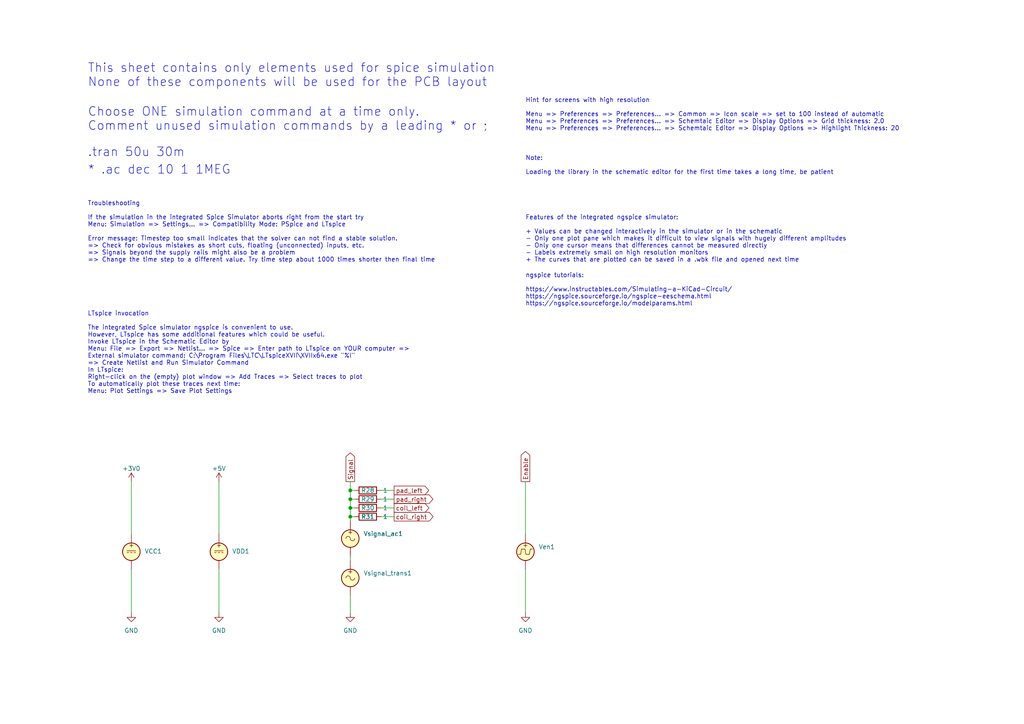
<source format=kicad_sch>
(kicad_sch (version 20230121) (generator eeschema)
  (paper "A4")
  (title_block (title "Simulation commands, parameters and sources") (date "2022-12-22") (company "hhrt@zhaw.ch"))
  (lib_symbols
    (symbol "Device:R" (pin_numbers hide) (pin_names (offset 0))
      (property "Reference" "R" (at 2.032 0 90))
      (property "Value" "R" (at 0 0 90))
      (symbol "R_0_1"
        (rectangle (start -1.016 -2.54) (end 1.016 2.54) (stroke (width 0.254)))
      )
      (symbol "R_1_1"
        (pin passive line (at 0 3.81 270) (length 1.27) (name "~") (number "1"))
        (pin passive line (at 0 -3.81 90) (length 1.27) (name "~") (number "2"))
      )
    )
    (symbol "Simulation_SPICE:VDC" (pin_numbers hide) (pin_names (offset 0.0254))
      (property "Reference" "V" (at 2.54 2.54 0))
      (property "Value" "1" (at 2.54 0 0))
      (symbol "VDC_0_0"
        (polyline (pts (xy -1.27 0.254) (xy 1.27 0.254)))
        (polyline (pts (xy -0.762 -0.254) (xy -1.27 -0.254)))
        (polyline (pts (xy 0.254 -0.254) (xy -0.254 -0.254)))
        (polyline (pts (xy 1.27 -0.254) (xy 0.762 -0.254)))
        (text "+" (at 0 1.905 0) (effects (font (size 1.27 1.27))))
      )
      (symbol "VDC_0_1"
        (circle (center 0 0) (radius 2.54) (stroke (width 0.254)) (fill (type background)))
      )
      (symbol "VDC_1_1"
        (pin passive line (at 0 5.08 270) (length 2.54) (name "~") (number "1"))
        (pin passive line (at 0 -5.08 90) (length 2.54) (name "~") (number "2"))
      )
    )
    (symbol "Simulation_SPICE:VPULSE" (pin_numbers hide) (pin_names (offset 0.0254))
      (property "Reference" "V" (at 2.54 2.54 0))
      (property "Value" "VPULSE" (at 2.54 0 0))
      (property "Sim.Params" "y1=0 y2=1 td=2n tr=2n tf=2n tw=50n per=100n" (at 2.54 -2.54 0))
      (symbol "VPULSE_0_0"
        (polyline (pts (xy -2.032 -0.762) (xy -1.397 -0.762) (xy -1.143 0.762) (xy -0.127 0.762) (xy 0.127 -0.762) (xy 1.143 -0.762) (xy 1.397 0.762) (xy 2.032 0.762)))
        (text "+" (at 0 1.905 0) (effects (font (size 1.27 1.27))))
      )
      (symbol "VPULSE_0_1"
        (circle (center 0 0) (radius 2.54) (stroke (width 0.254)) (fill (type background)))
      )
      (symbol "VPULSE_1_1"
        (pin passive line (at 0 5.08 270) (length 2.54) (name "~") (number "1"))
        (pin passive line (at 0 -5.08 90) (length 2.54) (name "~") (number "2"))
      )
    )
    (symbol "Simulation_SPICE:VSIN" (pin_numbers hide) (pin_names (offset 0.0254))
      (property "Reference" "V" (at 2.54 2.54 0))
      (property "Value" "VSIN" (at 2.54 0 0))
      (property "Sim.Params" "dc=0 ampl=1 f=1k ac=1" (at 2.54 -2.54 0))
      (symbol "VSIN_0_0"
        (arc (start 0 0) (mid -0.635 0.6323) (end -1.27 0))
        (arc (start 0 0) (mid 0.635 -0.6323) (end 1.27 0))
        (text "+" (at 0 1.905 0) (effects (font (size 1.27 1.27))))
      )
      (symbol "VSIN_0_1"
        (circle (center 0 0) (radius 2.54) (stroke (width 0.254)) (fill (type background)))
      )
      (symbol "VSIN_1_1"
        (pin passive line (at 0 5.08 270) (length 2.54) (name "~") (number "1"))
        (pin passive line (at 0 -5.08 90) (length 2.54) (name "~") (number "2"))
      )
    )
    (symbol "power:+3V0" (power) (pin_names (offset 0))
      (property "Value" "+3V0" (at 0 3.556 0))
      (symbol "+3V0_0_1"
        (polyline (pts (xy -0.762 1.27) (xy 0 2.54)))
        (polyline (pts (xy 0 0) (xy 0 2.54)))
        (polyline (pts (xy 0 2.54) (xy 0.762 1.27)))
      )
      (symbol "+3V0_1_1"
        (pin power_in line (at 0 0 90) (length 0) hide (name "+3V0") (number "1"))
      )
    )
    (symbol "power:+5V" (power) (pin_names (offset 0))
      (property "Value" "+5V" (at 0 3.556 0))
      (symbol "+5V_0_1"
        (polyline (pts (xy -0.762 1.27) (xy 0 2.54)))
        (polyline (pts (xy 0 0) (xy 0 2.54)))
        (polyline (pts (xy 0 2.54) (xy 0.762 1.27)))
      )
      (symbol "+5V_1_1"
        (pin power_in line (at 0 0 90) (length 0) hide (name "+5V") (number "1"))
      )
    )
    (symbol "power:GND" (power) (pin_names (offset 0))
      (property "Value" "GND" (at 0 -3.81 0))
      (symbol "GND_0_1"
        (polyline (pts (xy 0 0) (xy 0 -1.27) (xy 1.27 -1.27) (xy 0 -2.54) (xy -1.27 -1.27) (xy 0 -1.27)))
      )
      (symbol "GND_1_1"
        (pin power_in line (at 0 0 270) (length 0) hide (name "GND") (number "1"))
      )
    )
  )
  (junction (at 101.6 149.86))
  (junction (at 101.6 147.32))
  (junction (at 101.6 144.78))
  (junction (at 101.6 142.24))
  (wire (pts (xy 101.6 147.32) (xy 101.6 149.86)))
  (wire (pts (xy 63.5 139.7) (xy 63.5 154.94)))
  (wire (pts (xy 101.6 149.86) (xy 101.6 151.13)))
  (wire (pts (xy 63.5 165.1) (xy 63.5 177.8)))
  (wire (pts (xy 101.6 149.86) (xy 102.87 149.86)))
  (wire (pts (xy 152.4 165.1) (xy 152.4 177.8)))
  (wire (pts (xy 110.49 142.24) (xy 114.3 142.24)))
  (wire (pts (xy 38.1 165.1) (xy 38.1 177.8)))
  (wire (pts (xy 101.6 144.78) (xy 102.87 144.78)))
  (wire (pts (xy 110.49 149.86) (xy 114.3 149.86)))
  (wire (pts (xy 101.6 162.56) (xy 101.6 161.29)))
  (wire (pts (xy 152.4 139.7) (xy 152.4 154.94)))
  (wire (pts (xy 101.6 172.72) (xy 101.6 177.8)))
  (wire (pts (xy 101.6 139.7) (xy 101.6 142.24)))
  (wire (pts (xy 101.6 144.78) (xy 101.6 147.32)))
  (wire (pts (xy 110.49 144.78) (xy 114.3 144.78)))
  (wire (pts (xy 102.87 142.24) (xy 101.6 142.24)))
  (wire (pts (xy 38.1 139.7) (xy 38.1 154.94)))
  (wire (pts (xy 101.6 142.24) (xy 101.6 144.78)))
  (wire (pts (xy 110.49 147.32) (xy 114.3 147.32)))
  (wire (pts (xy 101.6 147.32) (xy 102.87 147.32)))
  (text "Note:\n\nLoading the library in the schematic editor for the first time takes a long time, be patient" (at 152.4 50.8 0) (effects (font (size 1.27 1.27)) (justify left bottom)))
  (text "LTspice invocation\n\nThe integrated Spice simulator ngspice is convenient to use.\nHowever, LTspice has some additional features which could be useful.\nInvoke LTspice in the Schematic Editor by\nMenu: File => Export => Netlist... => Spice => Enter path to LTspice on YOUR computer =>\nExternal simulator command: C:\\Program Files\\LTC\\LTspiceXVII\\XVIIx64.exe \"%I\"\n=> Create Netlist and Run Simulator Command\nIn LTspice:\nRight-click on the (empty) plot window => Add Traces => Select traces to plot\nTo automatically plot these traces next time:\nMenu: Plot Settings => Save Plot Settings" (at 25.4 114.3 0) (effects (font (size 1.27 1.27)) (justify left bottom)))
  (text "This sheet contains only elements used for spice simulation\nNone of these components will be used for the PCB layout" (at 25.4 25.4 0) (effects (font (size 2.54 2.54)) (justify left bottom)))
  (text "Features of the integrated ngspice simulator:\n\n+ Values can be changed interactively in the simulator or in the schematic\n- Only one plot pane which makes it difficult to view signals with hugely different amplitudes\n- Only one cursor means that differences cannot be measured directly\n- Labels extremely small on high resolution monitors\n+ The curves that are plotted can be saved in a .wbk file and opened next time\n" (at 152.4 76.2 0) (effects (font (size 1.27 1.27)) (justify left bottom)))
  (text ".tran 50u 30m" (at 25.4 45.72 0) (effects (font (size 2.54 2.54)) (justify left bottom)))
  (text "* .ac dec 10 1 1MEG" (at 25.4 50.8 0) (effects (font (size 2.54 2.54)) (justify left bottom)))
  (text "Choose ONE simulation command at a time only.\nComment unused simulation commands by a leading * or ; \n" (at 25.4 38.1 0) (effects (font (size 2.54 2.54)) (justify left bottom)))
  (text "ngspice tutorials:\n\nhttps://www.instructables.com/Simulating-a-KiCad-Circuit/\nhttps://ngspice.sourceforge.io/ngspice-eeschema.html\nhttps://ngspice.sourceforge.io/modelparams.html" (at 152.4 88.9 0) (effects (font (size 1.27 1.27)) (justify left bottom)))
  (text "Troubleshooting\n\nIf the simulation in the integrated Spice Simulator aborts right from the start try\nMenu: Simulation => Settings... => Compatibility Mode: PSpice and LTspice\n\nError message: Timestep too small indicates that the solver can not find a stable solution.\n=> Check for obvious mistakes as short cuts, floating (unconnected) inputs, etc.\n=> Signals beyond the supply rails might also be a problem\n=> Change the time step to a different value. Try time step about 1000 times shorter then final time" (at 25.4 76.2 0) (effects (font (size 1.27 1.27)) (justify left bottom)))
  (text "Hint for screens with high resolution\n\nMenu => Preferences => Preferences... => Common => Icon scale => set to 100 instead of automatic\nMenu => Preferences => Preferences... => Schemtaic Editor => Display Options => Grid thickness: 2.0\nMenu => Preferences => Preferences... => Schemtaic Editor => Display Options => Highlight Thickness: 20" (at 152.4 38.1 0) (effects (font (size 1.27 1.27)) (justify left bottom)))
  (global_label "pad_right" (shape output) (at 114.3 144.78 0) (property "Intersheetrefs" "${INTERSHEET_REFS}" (effects hide)))
  (global_label "pad_left" (shape output) (at 114.3 142.24 0) (property "Intersheetrefs" "${INTERSHEET_REFS}" (effects hide)))
  (global_label "coil_right" (shape output) (at 114.3 149.86 0) (property "Intersheetrefs" "${INTERSHEET_REFS}" (effects hide)))
  (global_label "coil_left" (shape output) (at 114.3 147.32 0) (property "Intersheetrefs" "${INTERSHEET_REFS}" (effects hide)))
  (global_label "Signal" (shape output) (at 101.6 139.7 90) (property "Intersheetrefs" "${INTERSHEET_REFS}" (effects hide)))
  (global_label "Enable" (shape output) (at 152.4 139.7 90) (property "Intersheetrefs" "${INTERSHEET_REFS}" (effects hide)))
  (symbol (lib_id "Device:R") (at 106.68 149.86 90) (unit 1) (in_bom no) (on_board no)
    (property "Reference" "R31" (at 106.68 149.86 90))
    (property "Value" "1" (at 111.76 149.86 90))
    (property "Footprint" "Resistor_SMD:R_0805_2012Metric_Pad1.20x1.40mm_HandSolder" (effects hide))
  )
  (symbol (lib_id "Simulation_SPICE:VSIN") (at 101.6 156.21 0) (unit 1) (in_bom no) (on_board no)
    (property "Reference" "Vsignal_ac1" (at 105.41 154.8102 0) (effects (justify left)))
    (property "Value" "VSOURCE" (effects hide))
    (property "Sim.Device" "V" (effects hide))
    (property "Sim.Params" "dc=0 ampl=0 f=0 td=0 theta=0 phase=0 ac=1" (effects hide))
    (property "Sim.Pins" "1=+ 2=-" (effects hide))
    (property "Sim.Type" "SIN" (effects hide))
  )
  (symbol (lib_id "power:+5V") (at 63.5 139.7 0) (unit 1)
    (property "Reference" "#PWR062" (effects hide))
    (property "Value" "+5V" (at 63.5 135.89 0))
  )
  (symbol (lib_id "Device:R") (at 106.68 147.32 90) (unit 1) (in_bom no) (on_board no)
    (property "Reference" "R30" (at 106.68 147.32 90))
    (property "Value" "1" (at 111.76 147.32 90))
    (property "Footprint" "Resistor_SMD:R_0805_2012Metric_Pad1.20x1.40mm_HandSolder" (effects hide))
  )
  (symbol (lib_id "Simulation_SPICE:VDC") (at 63.5 160.02 0) (unit 1) (in_bom no) (on_board no)
    (property "Reference" "VDD1" (at 67.31 159.8902 0) (effects (justify left)))
    (property "Value" "5" (effects hide))
    (property "Sim.Device" "V" (effects hide))
    (property "Sim.Type" "DC" (effects hide))
    (property "Sim.Pins" "1=+ 2=-" (effects hide))
  )
  (symbol (lib_id "power:GND") (at 63.5 177.8 0) (unit 1)
    (property "Reference" "#PWR063" (effects hide))
    (property "Value" "GND" (at 63.5 182.88 0))
  )
  (symbol (lib_id "power:GND") (at 152.4 177.8 0) (unit 1)
    (property "Reference" "#PWR065" (effects hide))
    (property "Value" "GND" (at 152.4 182.88 0))
  )
  (symbol (lib_id "power:GND") (at 38.1 177.8 0) (unit 1)
    (property "Reference" "#PWR061" (effects hide))
    (property "Value" "GND" (at 38.1 182.88 0))
  )
  (symbol (lib_id "Device:R") (at 106.68 144.78 90) (unit 1) (in_bom no) (on_board no)
    (property "Reference" "R29" (at 106.68 144.78 90))
    (property "Value" "1" (at 111.76 144.78 90))
    (property "Footprint" "Resistor_SMD:R_0805_2012Metric_Pad1.20x1.40mm_HandSolder" (effects hide))
  )
  (symbol (lib_id "Simulation_SPICE:VDC") (at 38.1 160.02 0) (unit 1) (in_bom no) (on_board no)
    (property "Reference" "VCC1" (at 41.91 159.8902 0) (effects (justify left)))
    (property "Value" "3" (effects hide))
    (property "Sim.Device" "V" (effects hide))
    (property "Sim.Type" "DC" (effects hide))
    (property "Sim.Pins" "1=+ 2=-" (effects hide))
  )
  (symbol (lib_id "power:GND") (at 101.6 177.8 0) (unit 1)
    (property "Reference" "#PWR064" (effects hide))
    (property "Value" "GND" (at 101.6 182.88 0))
  )
  (symbol (lib_id "power:+3V0") (at 38.1 139.7 0) (unit 1)
    (property "Reference" "#PWR060" (effects hide))
    (property "Value" "+3V0" (at 38.1 135.89 0))
  )
  (symbol (lib_id "Simulation_SPICE:VSIN") (at 101.6 167.64 0) (unit 1) (in_bom no) (on_board no)
    (property "Reference" "Vsignal_trans1" (at 105.41 166.2402 0) (effects (justify left)))
    (property "Value" "VSOURCE" (effects hide))
    (property "Sim.Device" "V" (effects hide))
    (property "Sim.Params" "dc=0 ampl=5m f=50 td=0 theta=0 phase=0 ac=0" (effects hide))
    (property "Sim.Pins" "1=+ 2=-" (effects hide))
    (property "Sim.Type" "SIN" (effects hide))
  )
  (symbol (lib_id "Device:R") (at 106.68 142.24 90) (unit 1) (in_bom no) (on_board no)
    (property "Reference" "R28" (at 106.68 142.24 90))
    (property "Value" "1" (at 111.76 142.24 90))
    (property "Footprint" "Resistor_SMD:R_0805_2012Metric_Pad1.20x1.40mm_HandSolder" (effects hide))
  )
  (symbol (lib_id "Simulation_SPICE:VPULSE") (at 152.4 160.02 0) (unit 1) (in_bom no) (on_board no)
    (property "Reference" "Ven1" (at 156.21 158.6202 0) (effects (justify left)))
    (property "Value" "VSOURCE" (effects hide))
    (property "Sim.Device" "V" (effects hide))
    (property "Sim.Params" "y1=0 y2=3 td=5m tr=1m tf=1m tw=30m" (effects hide))
    (property "Sim.Pins" "1=+ 2=-" (effects hide))
    (property "Sim.Type" "PULSE" (effects hide))
  )
)
</source>
